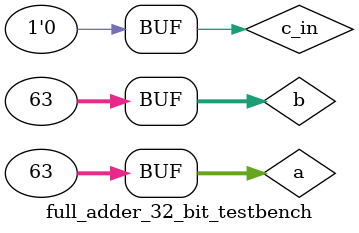
<source format=v>
`define DELAY 20
module full_adder_32_bit_testbench();
reg [31:0]a,b;
reg c_in;
wire [31:0]sum;
wire c_out;
full_adder_32_bit fa32b(sum,c_out,a,b,c_in);

initial begin
a=32'b00000000000000000000000000000011; b=32'b00000000000000000000000000000001; c_in=1'b1;
#`DELAY;
a=32'b00000000000000000000000000000010; b=32'b0100000000000000000000000000001; c_in=1'b0;
#`DELAY;
a=32'b11111111111111111111111111111111; b=32'b11111111111111111111111111111111; c_in=1'b0;
#`DELAY;
a=32'b01111111111111111111111111111111; b=32'b0000000000000000000000000000001; c_in=1'b0;
#`DELAY;
a=32'b00000000000000000000000000111111; b=32'b0000000000000000000000000111111; c_in=1'b0;
end
initial begin
$monitor("time=%2d, a=%32b, b=%32b, c_in=%1b, sum=%32b, c_out=%1b",$time,a,b,c_in,sum,c_out);
end

endmodule
</source>
